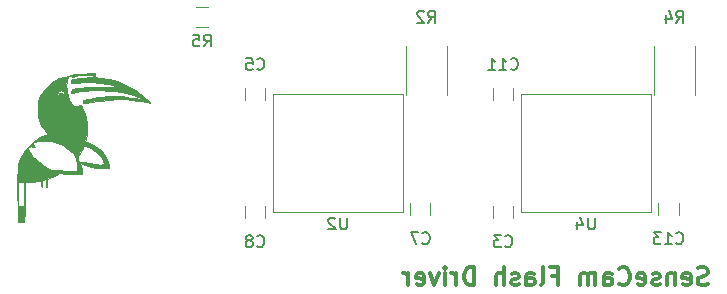
<source format=gbo>
G04 #@! TF.GenerationSoftware,KiCad,Pcbnew,5.1.4-e60b266~84~ubuntu18.04.1*
G04 #@! TF.CreationDate,2019-09-11T16:52:19+05:30*
G04 #@! TF.ProjectId,SenseCam_STCS2A_rev1,53656e73-6543-4616-9d5f-535443533241,rev?*
G04 #@! TF.SameCoordinates,Original*
G04 #@! TF.FileFunction,Legend,Bot*
G04 #@! TF.FilePolarity,Positive*
%FSLAX46Y46*%
G04 Gerber Fmt 4.6, Leading zero omitted, Abs format (unit mm)*
G04 Created by KiCad (PCBNEW 5.1.4-e60b266~84~ubuntu18.04.1) date 2019-09-11 16:52:19*
%MOMM*%
%LPD*%
G04 APERTURE LIST*
%ADD10C,0.300000*%
%ADD11C,0.010000*%
%ADD12C,0.120000*%
%ADD13C,0.150000*%
G04 APERTURE END LIST*
D10*
X160321428Y-124107142D02*
X160107142Y-124178571D01*
X159750000Y-124178571D01*
X159607142Y-124107142D01*
X159535714Y-124035714D01*
X159464285Y-123892857D01*
X159464285Y-123750000D01*
X159535714Y-123607142D01*
X159607142Y-123535714D01*
X159750000Y-123464285D01*
X160035714Y-123392857D01*
X160178571Y-123321428D01*
X160250000Y-123250000D01*
X160321428Y-123107142D01*
X160321428Y-122964285D01*
X160250000Y-122821428D01*
X160178571Y-122750000D01*
X160035714Y-122678571D01*
X159678571Y-122678571D01*
X159464285Y-122750000D01*
X158250000Y-124107142D02*
X158392857Y-124178571D01*
X158678571Y-124178571D01*
X158821428Y-124107142D01*
X158892857Y-123964285D01*
X158892857Y-123392857D01*
X158821428Y-123250000D01*
X158678571Y-123178571D01*
X158392857Y-123178571D01*
X158250000Y-123250000D01*
X158178571Y-123392857D01*
X158178571Y-123535714D01*
X158892857Y-123678571D01*
X157535714Y-123178571D02*
X157535714Y-124178571D01*
X157535714Y-123321428D02*
X157464285Y-123250000D01*
X157321428Y-123178571D01*
X157107142Y-123178571D01*
X156964285Y-123250000D01*
X156892857Y-123392857D01*
X156892857Y-124178571D01*
X156250000Y-124107142D02*
X156107142Y-124178571D01*
X155821428Y-124178571D01*
X155678571Y-124107142D01*
X155607142Y-123964285D01*
X155607142Y-123892857D01*
X155678571Y-123750000D01*
X155821428Y-123678571D01*
X156035714Y-123678571D01*
X156178571Y-123607142D01*
X156250000Y-123464285D01*
X156250000Y-123392857D01*
X156178571Y-123250000D01*
X156035714Y-123178571D01*
X155821428Y-123178571D01*
X155678571Y-123250000D01*
X154392857Y-124107142D02*
X154535714Y-124178571D01*
X154821428Y-124178571D01*
X154964285Y-124107142D01*
X155035714Y-123964285D01*
X155035714Y-123392857D01*
X154964285Y-123250000D01*
X154821428Y-123178571D01*
X154535714Y-123178571D01*
X154392857Y-123250000D01*
X154321428Y-123392857D01*
X154321428Y-123535714D01*
X155035714Y-123678571D01*
X152821428Y-124035714D02*
X152892857Y-124107142D01*
X153107142Y-124178571D01*
X153250000Y-124178571D01*
X153464285Y-124107142D01*
X153607142Y-123964285D01*
X153678571Y-123821428D01*
X153750000Y-123535714D01*
X153750000Y-123321428D01*
X153678571Y-123035714D01*
X153607142Y-122892857D01*
X153464285Y-122750000D01*
X153250000Y-122678571D01*
X153107142Y-122678571D01*
X152892857Y-122750000D01*
X152821428Y-122821428D01*
X151535714Y-124178571D02*
X151535714Y-123392857D01*
X151607142Y-123250000D01*
X151750000Y-123178571D01*
X152035714Y-123178571D01*
X152178571Y-123250000D01*
X151535714Y-124107142D02*
X151678571Y-124178571D01*
X152035714Y-124178571D01*
X152178571Y-124107142D01*
X152250000Y-123964285D01*
X152250000Y-123821428D01*
X152178571Y-123678571D01*
X152035714Y-123607142D01*
X151678571Y-123607142D01*
X151535714Y-123535714D01*
X150821428Y-124178571D02*
X150821428Y-123178571D01*
X150821428Y-123321428D02*
X150750000Y-123250000D01*
X150607142Y-123178571D01*
X150392857Y-123178571D01*
X150250000Y-123250000D01*
X150178571Y-123392857D01*
X150178571Y-124178571D01*
X150178571Y-123392857D02*
X150107142Y-123250000D01*
X149964285Y-123178571D01*
X149750000Y-123178571D01*
X149607142Y-123250000D01*
X149535714Y-123392857D01*
X149535714Y-124178571D01*
X147178571Y-123392857D02*
X147678571Y-123392857D01*
X147678571Y-124178571D02*
X147678571Y-122678571D01*
X146964285Y-122678571D01*
X146178571Y-124178571D02*
X146321428Y-124107142D01*
X146392857Y-123964285D01*
X146392857Y-122678571D01*
X144964285Y-124178571D02*
X144964285Y-123392857D01*
X145035714Y-123250000D01*
X145178571Y-123178571D01*
X145464285Y-123178571D01*
X145607142Y-123250000D01*
X144964285Y-124107142D02*
X145107142Y-124178571D01*
X145464285Y-124178571D01*
X145607142Y-124107142D01*
X145678571Y-123964285D01*
X145678571Y-123821428D01*
X145607142Y-123678571D01*
X145464285Y-123607142D01*
X145107142Y-123607142D01*
X144964285Y-123535714D01*
X144321428Y-124107142D02*
X144178571Y-124178571D01*
X143892857Y-124178571D01*
X143750000Y-124107142D01*
X143678571Y-123964285D01*
X143678571Y-123892857D01*
X143750000Y-123750000D01*
X143892857Y-123678571D01*
X144107142Y-123678571D01*
X144250000Y-123607142D01*
X144321428Y-123464285D01*
X144321428Y-123392857D01*
X144250000Y-123250000D01*
X144107142Y-123178571D01*
X143892857Y-123178571D01*
X143750000Y-123250000D01*
X143035714Y-124178571D02*
X143035714Y-122678571D01*
X142392857Y-124178571D02*
X142392857Y-123392857D01*
X142464285Y-123250000D01*
X142607142Y-123178571D01*
X142821428Y-123178571D01*
X142964285Y-123250000D01*
X143035714Y-123321428D01*
X140535714Y-124178571D02*
X140535714Y-122678571D01*
X140178571Y-122678571D01*
X139964285Y-122750000D01*
X139821428Y-122892857D01*
X139750000Y-123035714D01*
X139678571Y-123321428D01*
X139678571Y-123535714D01*
X139750000Y-123821428D01*
X139821428Y-123964285D01*
X139964285Y-124107142D01*
X140178571Y-124178571D01*
X140535714Y-124178571D01*
X139035714Y-124178571D02*
X139035714Y-123178571D01*
X139035714Y-123464285D02*
X138964285Y-123321428D01*
X138892857Y-123250000D01*
X138750000Y-123178571D01*
X138607142Y-123178571D01*
X138107142Y-124178571D02*
X138107142Y-123178571D01*
X138107142Y-122678571D02*
X138178571Y-122750000D01*
X138107142Y-122821428D01*
X138035714Y-122750000D01*
X138107142Y-122678571D01*
X138107142Y-122821428D01*
X137535714Y-123178571D02*
X137178571Y-124178571D01*
X136821428Y-123178571D01*
X135678571Y-124107142D02*
X135821428Y-124178571D01*
X136107142Y-124178571D01*
X136250000Y-124107142D01*
X136321428Y-123964285D01*
X136321428Y-123392857D01*
X136250000Y-123250000D01*
X136107142Y-123178571D01*
X135821428Y-123178571D01*
X135678571Y-123250000D01*
X135607142Y-123392857D01*
X135607142Y-123535714D01*
X136321428Y-123678571D01*
X134964285Y-124178571D02*
X134964285Y-123178571D01*
X134964285Y-123464285D02*
X134892857Y-123321428D01*
X134821428Y-123250000D01*
X134678571Y-123178571D01*
X134535714Y-123178571D01*
D11*
G36*
X108126652Y-106196466D02*
G01*
X108053638Y-106213616D01*
X108044285Y-106223806D01*
X108002021Y-106237710D01*
X107887571Y-106248991D01*
X107719453Y-106256331D01*
X107556696Y-106258484D01*
X107126270Y-106279364D01*
X106670004Y-106337289D01*
X106216711Y-106426592D01*
X105795204Y-106541601D01*
X105436556Y-106675641D01*
X105009210Y-106902828D01*
X104614659Y-107184719D01*
X104276065Y-107503689D01*
X104145394Y-107658125D01*
X104003573Y-107848131D01*
X103897047Y-108014901D01*
X103807950Y-108190244D01*
X103718417Y-108405973D01*
X103703142Y-108445619D01*
X103655972Y-108577158D01*
X103623470Y-108695599D01*
X103602980Y-108821019D01*
X103591848Y-108973497D01*
X103587420Y-109173112D01*
X103586876Y-109325000D01*
X103588549Y-109562942D01*
X103595332Y-109741593D01*
X103609870Y-109881010D01*
X103634808Y-110001248D01*
X103672791Y-110122362D01*
X103702694Y-110203145D01*
X103806847Y-110455429D01*
X103912950Y-110661142D01*
X104039825Y-110851702D01*
X104206297Y-111058529D01*
X104235576Y-111092585D01*
X104338566Y-111214388D01*
X104414258Y-111309204D01*
X104450751Y-111361904D01*
X104451954Y-111367686D01*
X104406809Y-111387527D01*
X104302210Y-111430233D01*
X104171834Y-111482188D01*
X103812904Y-111653850D01*
X103447195Y-111882572D01*
X103098374Y-112150645D01*
X102790105Y-112440357D01*
X102604421Y-112655147D01*
X102322815Y-113065429D01*
X102114282Y-113482756D01*
X101964741Y-113936197D01*
X101944498Y-114017599D01*
X101923649Y-114150805D01*
X101906324Y-114356211D01*
X101892596Y-114626701D01*
X101882535Y-114955159D01*
X101876216Y-115334467D01*
X101873711Y-115757508D01*
X101875091Y-116217167D01*
X101880429Y-116706326D01*
X101889798Y-117217868D01*
X101903269Y-117744678D01*
X101905754Y-117828046D01*
X101935597Y-118810312D01*
X102450831Y-118810312D01*
X102480674Y-117828046D01*
X102489554Y-117504944D01*
X102497391Y-117160789D01*
X102503767Y-116818838D01*
X102508265Y-116502343D01*
X102510465Y-116234560D01*
X102510616Y-116163603D01*
X102510714Y-115481426D01*
X102703482Y-115460940D01*
X102841601Y-115446303D01*
X102930791Y-115436875D01*
X102420000Y-115436875D01*
X102420000Y-117460937D01*
X101966428Y-117460937D01*
X101966428Y-115436875D01*
X102420000Y-115436875D01*
X102930791Y-115436875D01*
X103032904Y-115426081D01*
X103240512Y-115404171D01*
X103281785Y-115399820D01*
X103472041Y-115378101D01*
X103637778Y-115356202D01*
X103750406Y-115337990D01*
X103769375Y-115333870D01*
X103823789Y-115324814D01*
X103854341Y-115342346D01*
X103867902Y-115402443D01*
X103871342Y-115521080D01*
X103871428Y-115571152D01*
X103877735Y-115707776D01*
X103894490Y-115801522D01*
X103916785Y-115833750D01*
X103940136Y-115797090D01*
X103956242Y-115699044D01*
X103962142Y-115559819D01*
X103963843Y-115415402D01*
X103975021Y-115330102D01*
X104004790Y-115283661D01*
X104062263Y-115255822D01*
X104104982Y-115242319D01*
X104206433Y-115212678D01*
X104262094Y-115198877D01*
X104263732Y-115198750D01*
X104271121Y-115235304D01*
X104276685Y-115332446D01*
X104279483Y-115471390D01*
X104279642Y-115516250D01*
X104282847Y-115679156D01*
X104294474Y-115776922D01*
X104317543Y-115823642D01*
X104347678Y-115833750D01*
X104381775Y-115819297D01*
X104402606Y-115766705D01*
X104412982Y-115662118D01*
X104415714Y-115498315D01*
X104415714Y-115162880D01*
X104801851Y-115004549D01*
X104991088Y-114923693D01*
X105165218Y-114843587D01*
X105296028Y-114777412D01*
X105329909Y-114757793D01*
X105424789Y-114705537D01*
X105506345Y-114689354D01*
X105615441Y-114704857D01*
X105680825Y-114720132D01*
X105837154Y-114746478D01*
X106057703Y-114768691D01*
X106316046Y-114785629D01*
X106585754Y-114796149D01*
X106840398Y-114799109D01*
X107053550Y-114793367D01*
X107160080Y-114784071D01*
X107375705Y-114755778D01*
X107345477Y-114497614D01*
X107313962Y-114320725D01*
X107264913Y-114139298D01*
X107252727Y-114106133D01*
X106937910Y-114106133D01*
X106931499Y-114275749D01*
X106920950Y-114382574D01*
X106901046Y-114443183D01*
X106866571Y-114474154D01*
X106816840Y-114490894D01*
X106693584Y-114505736D01*
X106550160Y-114501503D01*
X106547500Y-114501199D01*
X106450888Y-114493945D01*
X106281852Y-114485338D01*
X106058648Y-114476141D01*
X105799534Y-114467119D01*
X105572321Y-114460368D01*
X105278622Y-114451741D01*
X105059912Y-114442997D01*
X104900490Y-114432211D01*
X104784652Y-114417461D01*
X104696699Y-114396821D01*
X104620927Y-114368367D01*
X104551785Y-114335301D01*
X104039868Y-114035917D01*
X103598505Y-113687553D01*
X103224114Y-113286964D01*
X102940601Y-112877665D01*
X102727556Y-112521112D01*
X102878577Y-112467192D01*
X103068547Y-112432312D01*
X103205297Y-112437855D01*
X103380996Y-112462439D01*
X103286033Y-112356804D01*
X103202146Y-112240660D01*
X103188550Y-112150352D01*
X103250050Y-112081188D01*
X103391453Y-112028474D01*
X103617565Y-111987517D01*
X103671282Y-111980580D01*
X104189117Y-111956367D01*
X104704452Y-112009811D01*
X105209881Y-112139310D01*
X105698004Y-112343263D01*
X105926336Y-112468533D01*
X106281064Y-112704703D01*
X106552061Y-112946529D01*
X106746108Y-113204989D01*
X106869985Y-113491058D01*
X106930471Y-113815713D01*
X106937910Y-114106133D01*
X107252727Y-114106133D01*
X107227272Y-114036856D01*
X107174111Y-113897442D01*
X107165762Y-113823371D01*
X107202982Y-113810603D01*
X107264050Y-113840547D01*
X107637238Y-114027488D01*
X108068243Y-114165449D01*
X108540148Y-114250438D01*
X109036034Y-114278466D01*
X109116143Y-114277406D01*
X109609107Y-114266093D01*
X109598600Y-114021481D01*
X109565689Y-113831209D01*
X109168411Y-113831209D01*
X109156023Y-113910777D01*
X109082548Y-113952101D01*
X108936096Y-113966397D01*
X108850798Y-113967043D01*
X108638157Y-113956759D01*
X108408841Y-113932025D01*
X108293750Y-113913414D01*
X108109479Y-113872339D01*
X107929921Y-113823233D01*
X107840178Y-113793488D01*
X107601778Y-113741746D01*
X107365117Y-113734993D01*
X107071485Y-113744190D01*
X107004775Y-113556232D01*
X106967512Y-113437620D01*
X106963226Y-113360899D01*
X106993065Y-113293630D01*
X107015205Y-113261559D01*
X107097725Y-113134900D01*
X107199087Y-112961389D01*
X107304450Y-112767872D01*
X107398973Y-112581199D01*
X107440490Y-112492227D01*
X107523862Y-112305861D01*
X107726119Y-112385096D01*
X107849062Y-112437258D01*
X107933463Y-112480488D01*
X107952313Y-112494706D01*
X108000678Y-112532426D01*
X108099704Y-112597218D01*
X108184434Y-112648982D01*
X108503584Y-112874740D01*
X108779800Y-113141067D01*
X108997072Y-113430158D01*
X109131598Y-113702183D01*
X109168411Y-113831209D01*
X109565689Y-113831209D01*
X109542539Y-113697373D01*
X109406354Y-113366046D01*
X109197338Y-113041486D01*
X108935366Y-112749673D01*
X108731147Y-112578291D01*
X108483866Y-112408065D01*
X108221030Y-112255448D01*
X107970150Y-112136898D01*
X107824917Y-112085436D01*
X107606508Y-112021961D01*
X107669248Y-111774808D01*
X107739240Y-111375045D01*
X107762053Y-110934236D01*
X107739711Y-110476186D01*
X107674238Y-110024699D01*
X107567657Y-109603579D01*
X107460445Y-109318570D01*
X107376681Y-109129077D01*
X107314356Y-109003500D01*
X107257815Y-108933321D01*
X107191400Y-108910021D01*
X107099457Y-108925082D01*
X106966329Y-108969985D01*
X106877789Y-109001541D01*
X106641114Y-109084716D01*
X106478254Y-108841573D01*
X106279757Y-108483254D01*
X106134922Y-108090441D01*
X106097863Y-107918274D01*
X105857144Y-107918274D01*
X105841580Y-108045952D01*
X105740206Y-108159292D01*
X105663035Y-108205502D01*
X105588029Y-108240263D01*
X105531897Y-108245108D01*
X105458580Y-108216092D01*
X105379553Y-108174497D01*
X105263811Y-108074735D01*
X105230145Y-107951253D01*
X105280801Y-107818027D01*
X105315428Y-107775359D01*
X105434324Y-107702964D01*
X105580162Y-107688577D01*
X105718802Y-107731519D01*
X105784470Y-107784680D01*
X105857144Y-107918274D01*
X106097863Y-107918274D01*
X106046999Y-107681979D01*
X106019232Y-107276711D01*
X106054868Y-106893481D01*
X106106808Y-106685781D01*
X106149529Y-106579092D01*
X106193838Y-106507708D01*
X106205113Y-106497873D01*
X106305142Y-106469052D01*
X106409313Y-106481371D01*
X106474219Y-106529465D01*
X106475034Y-106531240D01*
X106535499Y-106572551D01*
X106646974Y-106563300D01*
X106793488Y-106506461D01*
X106884912Y-106454939D01*
X106953487Y-106417630D01*
X107030015Y-106392815D01*
X107133979Y-106378035D01*
X107284864Y-106370830D01*
X107502155Y-106368742D01*
X107568035Y-106368730D01*
X107803787Y-106370209D01*
X107969725Y-106376092D01*
X108086732Y-106389233D01*
X108175690Y-106412488D01*
X108257484Y-106448711D01*
X108293750Y-106467949D01*
X108475178Y-106566718D01*
X108135000Y-106575498D01*
X107880234Y-106587426D01*
X107600104Y-106609441D01*
X107312651Y-106639164D01*
X107035917Y-106674217D01*
X106787944Y-106712221D01*
X106586771Y-106750799D01*
X106450441Y-106787572D01*
X106416659Y-106802014D01*
X106392745Y-106859545D01*
X106412039Y-106925311D01*
X106432611Y-106997342D01*
X106421645Y-107024331D01*
X106426608Y-107041143D01*
X106467578Y-107065723D01*
X106554772Y-107082501D01*
X106706551Y-107072665D01*
X106887867Y-107044194D01*
X107509714Y-106967534D01*
X108155724Y-106959012D01*
X108833332Y-107018857D01*
X109431828Y-107122012D01*
X109689575Y-107181157D01*
X109925293Y-107245710D01*
X110125495Y-107310875D01*
X110276693Y-107371854D01*
X110365400Y-107423847D01*
X110380358Y-107459433D01*
X110331424Y-107486257D01*
X110317661Y-107482515D01*
X110230819Y-107459202D01*
X110068701Y-107437359D01*
X109846743Y-107417651D01*
X109580378Y-107400742D01*
X109285041Y-107387295D01*
X108976167Y-107377975D01*
X108669189Y-107373446D01*
X108379542Y-107374372D01*
X108122660Y-107381418D01*
X108051314Y-107384992D01*
X107830687Y-107400744D01*
X107583045Y-107423624D01*
X107325301Y-107451455D01*
X107074366Y-107482058D01*
X106847150Y-107513257D01*
X106660566Y-107542875D01*
X106531525Y-107568733D01*
X106477904Y-107587573D01*
X106459726Y-107629163D01*
X106428835Y-107719084D01*
X106419005Y-107750030D01*
X106391773Y-107846724D01*
X106399632Y-107885884D01*
X106453512Y-107886483D01*
X106493636Y-107879595D01*
X106868184Y-107814289D01*
X107182470Y-107765146D01*
X107461731Y-107729962D01*
X107731201Y-107706532D01*
X108016117Y-107692653D01*
X108341713Y-107686119D01*
X108724642Y-107684719D01*
X109111546Y-107686718D01*
X109429559Y-107693180D01*
X109700457Y-107705956D01*
X109946013Y-107726893D01*
X110188004Y-107757842D01*
X110448204Y-107800651D01*
X110743035Y-107856124D01*
X111054280Y-107925193D01*
X111393847Y-108014229D01*
X111724910Y-108112798D01*
X112010639Y-108210470D01*
X112058392Y-108228701D01*
X112375892Y-108352656D01*
X112217142Y-108374574D01*
X112097098Y-108381067D01*
X112014241Y-108367871D01*
X112008862Y-108364997D01*
X111950278Y-108347559D01*
X111937637Y-108352483D01*
X111886925Y-108353276D01*
X111766690Y-108340613D01*
X111596302Y-108316844D01*
X111442882Y-108292415D01*
X110753408Y-108197685D01*
X110128647Y-108154608D01*
X109570365Y-108163292D01*
X109454417Y-108172361D01*
X109058198Y-108213789D01*
X108675224Y-108263979D01*
X108329062Y-108319418D01*
X108043280Y-108376593D01*
X107976250Y-108392697D01*
X107796594Y-108436660D01*
X107614020Y-108479306D01*
X107556119Y-108492243D01*
X107438246Y-108522954D01*
X107392650Y-108553970D01*
X107402111Y-108598560D01*
X107407112Y-108607072D01*
X107433812Y-108673826D01*
X107429272Y-108698970D01*
X107438759Y-108736281D01*
X107464886Y-108759944D01*
X107528617Y-108774283D01*
X107653589Y-108764111D01*
X107849877Y-108728330D01*
X107946219Y-108707578D01*
X108772372Y-108554148D01*
X109595087Y-108459425D01*
X110396681Y-108424860D01*
X111107239Y-108447943D01*
X111613173Y-108490870D01*
X112050572Y-108542030D01*
X112441410Y-108604368D01*
X112755176Y-108668738D01*
X112910657Y-108700135D01*
X113033701Y-108717967D01*
X113093686Y-108718768D01*
X113088569Y-108686506D01*
X113024993Y-108611816D01*
X112913679Y-108503616D01*
X112765344Y-108370824D01*
X112590709Y-108222359D01*
X112400493Y-108067138D01*
X112205415Y-107914081D01*
X112016194Y-107772106D01*
X111843549Y-107650131D01*
X111698199Y-107557074D01*
X111695535Y-107555506D01*
X111367568Y-107376151D01*
X111010036Y-107203563D01*
X110647324Y-107048115D01*
X110303819Y-106920179D01*
X110003907Y-106830129D01*
X109971964Y-106822352D01*
X109622705Y-106743897D01*
X109335420Y-106688931D01*
X109087060Y-106653274D01*
X108977615Y-106642032D01*
X108734766Y-106605154D01*
X108571536Y-106542512D01*
X108480074Y-106449377D01*
X108452500Y-106325713D01*
X108447955Y-106242130D01*
X108417862Y-106202550D01*
X108337538Y-106190523D01*
X108248392Y-106189687D01*
X108126652Y-106196466D01*
X108126652Y-106196466D01*
G37*
X108126652Y-106196466D02*
X108053638Y-106213616D01*
X108044285Y-106223806D01*
X108002021Y-106237710D01*
X107887571Y-106248991D01*
X107719453Y-106256331D01*
X107556696Y-106258484D01*
X107126270Y-106279364D01*
X106670004Y-106337289D01*
X106216711Y-106426592D01*
X105795204Y-106541601D01*
X105436556Y-106675641D01*
X105009210Y-106902828D01*
X104614659Y-107184719D01*
X104276065Y-107503689D01*
X104145394Y-107658125D01*
X104003573Y-107848131D01*
X103897047Y-108014901D01*
X103807950Y-108190244D01*
X103718417Y-108405973D01*
X103703142Y-108445619D01*
X103655972Y-108577158D01*
X103623470Y-108695599D01*
X103602980Y-108821019D01*
X103591848Y-108973497D01*
X103587420Y-109173112D01*
X103586876Y-109325000D01*
X103588549Y-109562942D01*
X103595332Y-109741593D01*
X103609870Y-109881010D01*
X103634808Y-110001248D01*
X103672791Y-110122362D01*
X103702694Y-110203145D01*
X103806847Y-110455429D01*
X103912950Y-110661142D01*
X104039825Y-110851702D01*
X104206297Y-111058529D01*
X104235576Y-111092585D01*
X104338566Y-111214388D01*
X104414258Y-111309204D01*
X104450751Y-111361904D01*
X104451954Y-111367686D01*
X104406809Y-111387527D01*
X104302210Y-111430233D01*
X104171834Y-111482188D01*
X103812904Y-111653850D01*
X103447195Y-111882572D01*
X103098374Y-112150645D01*
X102790105Y-112440357D01*
X102604421Y-112655147D01*
X102322815Y-113065429D01*
X102114282Y-113482756D01*
X101964741Y-113936197D01*
X101944498Y-114017599D01*
X101923649Y-114150805D01*
X101906324Y-114356211D01*
X101892596Y-114626701D01*
X101882535Y-114955159D01*
X101876216Y-115334467D01*
X101873711Y-115757508D01*
X101875091Y-116217167D01*
X101880429Y-116706326D01*
X101889798Y-117217868D01*
X101903269Y-117744678D01*
X101905754Y-117828046D01*
X101935597Y-118810312D01*
X102450831Y-118810312D01*
X102480674Y-117828046D01*
X102489554Y-117504944D01*
X102497391Y-117160789D01*
X102503767Y-116818838D01*
X102508265Y-116502343D01*
X102510465Y-116234560D01*
X102510616Y-116163603D01*
X102510714Y-115481426D01*
X102703482Y-115460940D01*
X102841601Y-115446303D01*
X102930791Y-115436875D01*
X102420000Y-115436875D01*
X102420000Y-117460937D01*
X101966428Y-117460937D01*
X101966428Y-115436875D01*
X102420000Y-115436875D01*
X102930791Y-115436875D01*
X103032904Y-115426081D01*
X103240512Y-115404171D01*
X103281785Y-115399820D01*
X103472041Y-115378101D01*
X103637778Y-115356202D01*
X103750406Y-115337990D01*
X103769375Y-115333870D01*
X103823789Y-115324814D01*
X103854341Y-115342346D01*
X103867902Y-115402443D01*
X103871342Y-115521080D01*
X103871428Y-115571152D01*
X103877735Y-115707776D01*
X103894490Y-115801522D01*
X103916785Y-115833750D01*
X103940136Y-115797090D01*
X103956242Y-115699044D01*
X103962142Y-115559819D01*
X103963843Y-115415402D01*
X103975021Y-115330102D01*
X104004790Y-115283661D01*
X104062263Y-115255822D01*
X104104982Y-115242319D01*
X104206433Y-115212678D01*
X104262094Y-115198877D01*
X104263732Y-115198750D01*
X104271121Y-115235304D01*
X104276685Y-115332446D01*
X104279483Y-115471390D01*
X104279642Y-115516250D01*
X104282847Y-115679156D01*
X104294474Y-115776922D01*
X104317543Y-115823642D01*
X104347678Y-115833750D01*
X104381775Y-115819297D01*
X104402606Y-115766705D01*
X104412982Y-115662118D01*
X104415714Y-115498315D01*
X104415714Y-115162880D01*
X104801851Y-115004549D01*
X104991088Y-114923693D01*
X105165218Y-114843587D01*
X105296028Y-114777412D01*
X105329909Y-114757793D01*
X105424789Y-114705537D01*
X105506345Y-114689354D01*
X105615441Y-114704857D01*
X105680825Y-114720132D01*
X105837154Y-114746478D01*
X106057703Y-114768691D01*
X106316046Y-114785629D01*
X106585754Y-114796149D01*
X106840398Y-114799109D01*
X107053550Y-114793367D01*
X107160080Y-114784071D01*
X107375705Y-114755778D01*
X107345477Y-114497614D01*
X107313962Y-114320725D01*
X107264913Y-114139298D01*
X107252727Y-114106133D01*
X106937910Y-114106133D01*
X106931499Y-114275749D01*
X106920950Y-114382574D01*
X106901046Y-114443183D01*
X106866571Y-114474154D01*
X106816840Y-114490894D01*
X106693584Y-114505736D01*
X106550160Y-114501503D01*
X106547500Y-114501199D01*
X106450888Y-114493945D01*
X106281852Y-114485338D01*
X106058648Y-114476141D01*
X105799534Y-114467119D01*
X105572321Y-114460368D01*
X105278622Y-114451741D01*
X105059912Y-114442997D01*
X104900490Y-114432211D01*
X104784652Y-114417461D01*
X104696699Y-114396821D01*
X104620927Y-114368367D01*
X104551785Y-114335301D01*
X104039868Y-114035917D01*
X103598505Y-113687553D01*
X103224114Y-113286964D01*
X102940601Y-112877665D01*
X102727556Y-112521112D01*
X102878577Y-112467192D01*
X103068547Y-112432312D01*
X103205297Y-112437855D01*
X103380996Y-112462439D01*
X103286033Y-112356804D01*
X103202146Y-112240660D01*
X103188550Y-112150352D01*
X103250050Y-112081188D01*
X103391453Y-112028474D01*
X103617565Y-111987517D01*
X103671282Y-111980580D01*
X104189117Y-111956367D01*
X104704452Y-112009811D01*
X105209881Y-112139310D01*
X105698004Y-112343263D01*
X105926336Y-112468533D01*
X106281064Y-112704703D01*
X106552061Y-112946529D01*
X106746108Y-113204989D01*
X106869985Y-113491058D01*
X106930471Y-113815713D01*
X106937910Y-114106133D01*
X107252727Y-114106133D01*
X107227272Y-114036856D01*
X107174111Y-113897442D01*
X107165762Y-113823371D01*
X107202982Y-113810603D01*
X107264050Y-113840547D01*
X107637238Y-114027488D01*
X108068243Y-114165449D01*
X108540148Y-114250438D01*
X109036034Y-114278466D01*
X109116143Y-114277406D01*
X109609107Y-114266093D01*
X109598600Y-114021481D01*
X109565689Y-113831209D01*
X109168411Y-113831209D01*
X109156023Y-113910777D01*
X109082548Y-113952101D01*
X108936096Y-113966397D01*
X108850798Y-113967043D01*
X108638157Y-113956759D01*
X108408841Y-113932025D01*
X108293750Y-113913414D01*
X108109479Y-113872339D01*
X107929921Y-113823233D01*
X107840178Y-113793488D01*
X107601778Y-113741746D01*
X107365117Y-113734993D01*
X107071485Y-113744190D01*
X107004775Y-113556232D01*
X106967512Y-113437620D01*
X106963226Y-113360899D01*
X106993065Y-113293630D01*
X107015205Y-113261559D01*
X107097725Y-113134900D01*
X107199087Y-112961389D01*
X107304450Y-112767872D01*
X107398973Y-112581199D01*
X107440490Y-112492227D01*
X107523862Y-112305861D01*
X107726119Y-112385096D01*
X107849062Y-112437258D01*
X107933463Y-112480488D01*
X107952313Y-112494706D01*
X108000678Y-112532426D01*
X108099704Y-112597218D01*
X108184434Y-112648982D01*
X108503584Y-112874740D01*
X108779800Y-113141067D01*
X108997072Y-113430158D01*
X109131598Y-113702183D01*
X109168411Y-113831209D01*
X109565689Y-113831209D01*
X109542539Y-113697373D01*
X109406354Y-113366046D01*
X109197338Y-113041486D01*
X108935366Y-112749673D01*
X108731147Y-112578291D01*
X108483866Y-112408065D01*
X108221030Y-112255448D01*
X107970150Y-112136898D01*
X107824917Y-112085436D01*
X107606508Y-112021961D01*
X107669248Y-111774808D01*
X107739240Y-111375045D01*
X107762053Y-110934236D01*
X107739711Y-110476186D01*
X107674238Y-110024699D01*
X107567657Y-109603579D01*
X107460445Y-109318570D01*
X107376681Y-109129077D01*
X107314356Y-109003500D01*
X107257815Y-108933321D01*
X107191400Y-108910021D01*
X107099457Y-108925082D01*
X106966329Y-108969985D01*
X106877789Y-109001541D01*
X106641114Y-109084716D01*
X106478254Y-108841573D01*
X106279757Y-108483254D01*
X106134922Y-108090441D01*
X106097863Y-107918274D01*
X105857144Y-107918274D01*
X105841580Y-108045952D01*
X105740206Y-108159292D01*
X105663035Y-108205502D01*
X105588029Y-108240263D01*
X105531897Y-108245108D01*
X105458580Y-108216092D01*
X105379553Y-108174497D01*
X105263811Y-108074735D01*
X105230145Y-107951253D01*
X105280801Y-107818027D01*
X105315428Y-107775359D01*
X105434324Y-107702964D01*
X105580162Y-107688577D01*
X105718802Y-107731519D01*
X105784470Y-107784680D01*
X105857144Y-107918274D01*
X106097863Y-107918274D01*
X106046999Y-107681979D01*
X106019232Y-107276711D01*
X106054868Y-106893481D01*
X106106808Y-106685781D01*
X106149529Y-106579092D01*
X106193838Y-106507708D01*
X106205113Y-106497873D01*
X106305142Y-106469052D01*
X106409313Y-106481371D01*
X106474219Y-106529465D01*
X106475034Y-106531240D01*
X106535499Y-106572551D01*
X106646974Y-106563300D01*
X106793488Y-106506461D01*
X106884912Y-106454939D01*
X106953487Y-106417630D01*
X107030015Y-106392815D01*
X107133979Y-106378035D01*
X107284864Y-106370830D01*
X107502155Y-106368742D01*
X107568035Y-106368730D01*
X107803787Y-106370209D01*
X107969725Y-106376092D01*
X108086732Y-106389233D01*
X108175690Y-106412488D01*
X108257484Y-106448711D01*
X108293750Y-106467949D01*
X108475178Y-106566718D01*
X108135000Y-106575498D01*
X107880234Y-106587426D01*
X107600104Y-106609441D01*
X107312651Y-106639164D01*
X107035917Y-106674217D01*
X106787944Y-106712221D01*
X106586771Y-106750799D01*
X106450441Y-106787572D01*
X106416659Y-106802014D01*
X106392745Y-106859545D01*
X106412039Y-106925311D01*
X106432611Y-106997342D01*
X106421645Y-107024331D01*
X106426608Y-107041143D01*
X106467578Y-107065723D01*
X106554772Y-107082501D01*
X106706551Y-107072665D01*
X106887867Y-107044194D01*
X107509714Y-106967534D01*
X108155724Y-106959012D01*
X108833332Y-107018857D01*
X109431828Y-107122012D01*
X109689575Y-107181157D01*
X109925293Y-107245710D01*
X110125495Y-107310875D01*
X110276693Y-107371854D01*
X110365400Y-107423847D01*
X110380358Y-107459433D01*
X110331424Y-107486257D01*
X110317661Y-107482515D01*
X110230819Y-107459202D01*
X110068701Y-107437359D01*
X109846743Y-107417651D01*
X109580378Y-107400742D01*
X109285041Y-107387295D01*
X108976167Y-107377975D01*
X108669189Y-107373446D01*
X108379542Y-107374372D01*
X108122660Y-107381418D01*
X108051314Y-107384992D01*
X107830687Y-107400744D01*
X107583045Y-107423624D01*
X107325301Y-107451455D01*
X107074366Y-107482058D01*
X106847150Y-107513257D01*
X106660566Y-107542875D01*
X106531525Y-107568733D01*
X106477904Y-107587573D01*
X106459726Y-107629163D01*
X106428835Y-107719084D01*
X106419005Y-107750030D01*
X106391773Y-107846724D01*
X106399632Y-107885884D01*
X106453512Y-107886483D01*
X106493636Y-107879595D01*
X106868184Y-107814289D01*
X107182470Y-107765146D01*
X107461731Y-107729962D01*
X107731201Y-107706532D01*
X108016117Y-107692653D01*
X108341713Y-107686119D01*
X108724642Y-107684719D01*
X109111546Y-107686718D01*
X109429559Y-107693180D01*
X109700457Y-107705956D01*
X109946013Y-107726893D01*
X110188004Y-107757842D01*
X110448204Y-107800651D01*
X110743035Y-107856124D01*
X111054280Y-107925193D01*
X111393847Y-108014229D01*
X111724910Y-108112798D01*
X112010639Y-108210470D01*
X112058392Y-108228701D01*
X112375892Y-108352656D01*
X112217142Y-108374574D01*
X112097098Y-108381067D01*
X112014241Y-108367871D01*
X112008862Y-108364997D01*
X111950278Y-108347559D01*
X111937637Y-108352483D01*
X111886925Y-108353276D01*
X111766690Y-108340613D01*
X111596302Y-108316844D01*
X111442882Y-108292415D01*
X110753408Y-108197685D01*
X110128647Y-108154608D01*
X109570365Y-108163292D01*
X109454417Y-108172361D01*
X109058198Y-108213789D01*
X108675224Y-108263979D01*
X108329062Y-108319418D01*
X108043280Y-108376593D01*
X107976250Y-108392697D01*
X107796594Y-108436660D01*
X107614020Y-108479306D01*
X107556119Y-108492243D01*
X107438246Y-108522954D01*
X107392650Y-108553970D01*
X107402111Y-108598560D01*
X107407112Y-108607072D01*
X107433812Y-108673826D01*
X107429272Y-108698970D01*
X107438759Y-108736281D01*
X107464886Y-108759944D01*
X107528617Y-108774283D01*
X107653589Y-108764111D01*
X107849877Y-108728330D01*
X107946219Y-108707578D01*
X108772372Y-108554148D01*
X109595087Y-108459425D01*
X110396681Y-108424860D01*
X111107239Y-108447943D01*
X111613173Y-108490870D01*
X112050572Y-108542030D01*
X112441410Y-108604368D01*
X112755176Y-108668738D01*
X112910657Y-108700135D01*
X113033701Y-108717967D01*
X113093686Y-108718768D01*
X113088569Y-108686506D01*
X113024993Y-108611816D01*
X112913679Y-108503616D01*
X112765344Y-108370824D01*
X112590709Y-108222359D01*
X112400493Y-108067138D01*
X112205415Y-107914081D01*
X112016194Y-107772106D01*
X111843549Y-107650131D01*
X111698199Y-107557074D01*
X111695535Y-107555506D01*
X111367568Y-107376151D01*
X111010036Y-107203563D01*
X110647324Y-107048115D01*
X110303819Y-106920179D01*
X110003907Y-106830129D01*
X109971964Y-106822352D01*
X109622705Y-106743897D01*
X109335420Y-106688931D01*
X109087060Y-106653274D01*
X108977615Y-106642032D01*
X108734766Y-106605154D01*
X108571536Y-106542512D01*
X108480074Y-106449377D01*
X108452500Y-106325713D01*
X108447955Y-106242130D01*
X108417862Y-106202550D01*
X108337538Y-106190523D01*
X108248392Y-106189687D01*
X108126652Y-106196466D01*
G36*
X105422215Y-107918336D02*
G01*
X105370041Y-107980013D01*
X105368214Y-107993619D01*
X105400543Y-108102889D01*
X105480629Y-108166575D01*
X105583118Y-108174813D01*
X105682660Y-108117740D01*
X105683908Y-108116435D01*
X105716119Y-108029300D01*
X105686018Y-107936551D01*
X105612666Y-107880214D01*
X105516537Y-107878832D01*
X105422215Y-107918336D01*
X105422215Y-107918336D01*
G37*
X105422215Y-107918336D02*
X105370041Y-107980013D01*
X105368214Y-107993619D01*
X105400543Y-108102889D01*
X105480629Y-108166575D01*
X105583118Y-108174813D01*
X105682660Y-108117740D01*
X105683908Y-108116435D01*
X105716119Y-108029300D01*
X105686018Y-107936551D01*
X105612666Y-107880214D01*
X105516537Y-107878832D01*
X105422215Y-107918336D01*
D12*
X155500000Y-108000000D02*
X144500000Y-108000000D01*
X155500000Y-118000000D02*
X155500000Y-108000000D01*
X144500000Y-118000000D02*
X155500000Y-118000000D01*
X144500000Y-108000000D02*
X144500000Y-118000000D01*
X134500000Y-108000000D02*
X123500000Y-108000000D01*
X134500000Y-118000000D02*
X134500000Y-108000000D01*
X123500000Y-118000000D02*
X134500000Y-118000000D01*
X123500000Y-108000000D02*
X123500000Y-118000000D01*
X155790000Y-108052064D02*
X155790000Y-103947936D01*
X159210000Y-108052064D02*
X159210000Y-103947936D01*
X134790000Y-108052064D02*
X134790000Y-103947936D01*
X138210000Y-108052064D02*
X138210000Y-103947936D01*
X156150000Y-118250000D02*
X156150000Y-117250000D01*
X157850000Y-117250000D02*
X157850000Y-118250000D01*
X143850000Y-107500000D02*
X143850000Y-108500000D01*
X142150000Y-108500000D02*
X142150000Y-107500000D01*
X122850000Y-117500000D02*
X122850000Y-118500000D01*
X121150000Y-118500000D02*
X121150000Y-117500000D01*
X135150000Y-118250000D02*
X135150000Y-117250000D01*
X136850000Y-117250000D02*
X136850000Y-118250000D01*
X122850000Y-107500000D02*
X122850000Y-108500000D01*
X121150000Y-108500000D02*
X121150000Y-107500000D01*
X143850000Y-117500000D02*
X143850000Y-118500000D01*
X142150000Y-118500000D02*
X142150000Y-117500000D01*
X118000000Y-102350000D02*
X117000000Y-102350000D01*
X117000000Y-100650000D02*
X118000000Y-100650000D01*
D13*
X150761904Y-118452380D02*
X150761904Y-119261904D01*
X150714285Y-119357142D01*
X150666666Y-119404761D01*
X150571428Y-119452380D01*
X150380952Y-119452380D01*
X150285714Y-119404761D01*
X150238095Y-119357142D01*
X150190476Y-119261904D01*
X150190476Y-118452380D01*
X149285714Y-118785714D02*
X149285714Y-119452380D01*
X149523809Y-118404761D02*
X149761904Y-119119047D01*
X149142857Y-119119047D01*
X129761904Y-118452380D02*
X129761904Y-119261904D01*
X129714285Y-119357142D01*
X129666666Y-119404761D01*
X129571428Y-119452380D01*
X129380952Y-119452380D01*
X129285714Y-119404761D01*
X129238095Y-119357142D01*
X129190476Y-119261904D01*
X129190476Y-118452380D01*
X128761904Y-118547619D02*
X128714285Y-118500000D01*
X128619047Y-118452380D01*
X128380952Y-118452380D01*
X128285714Y-118500000D01*
X128238095Y-118547619D01*
X128190476Y-118642857D01*
X128190476Y-118738095D01*
X128238095Y-118880952D01*
X128809523Y-119452380D01*
X128190476Y-119452380D01*
X157666666Y-101952380D02*
X158000000Y-101476190D01*
X158238095Y-101952380D02*
X158238095Y-100952380D01*
X157857142Y-100952380D01*
X157761904Y-101000000D01*
X157714285Y-101047619D01*
X157666666Y-101142857D01*
X157666666Y-101285714D01*
X157714285Y-101380952D01*
X157761904Y-101428571D01*
X157857142Y-101476190D01*
X158238095Y-101476190D01*
X156809523Y-101285714D02*
X156809523Y-101952380D01*
X157047619Y-100904761D02*
X157285714Y-101619047D01*
X156666666Y-101619047D01*
X136666666Y-101952380D02*
X137000000Y-101476190D01*
X137238095Y-101952380D02*
X137238095Y-100952380D01*
X136857142Y-100952380D01*
X136761904Y-101000000D01*
X136714285Y-101047619D01*
X136666666Y-101142857D01*
X136666666Y-101285714D01*
X136714285Y-101380952D01*
X136761904Y-101428571D01*
X136857142Y-101476190D01*
X137238095Y-101476190D01*
X136285714Y-101047619D02*
X136238095Y-101000000D01*
X136142857Y-100952380D01*
X135904761Y-100952380D01*
X135809523Y-101000000D01*
X135761904Y-101047619D01*
X135714285Y-101142857D01*
X135714285Y-101238095D01*
X135761904Y-101380952D01*
X136333333Y-101952380D01*
X135714285Y-101952380D01*
X157642857Y-120607142D02*
X157690476Y-120654761D01*
X157833333Y-120702380D01*
X157928571Y-120702380D01*
X158071428Y-120654761D01*
X158166666Y-120559523D01*
X158214285Y-120464285D01*
X158261904Y-120273809D01*
X158261904Y-120130952D01*
X158214285Y-119940476D01*
X158166666Y-119845238D01*
X158071428Y-119750000D01*
X157928571Y-119702380D01*
X157833333Y-119702380D01*
X157690476Y-119750000D01*
X157642857Y-119797619D01*
X156690476Y-120702380D02*
X157261904Y-120702380D01*
X156976190Y-120702380D02*
X156976190Y-119702380D01*
X157071428Y-119845238D01*
X157166666Y-119940476D01*
X157261904Y-119988095D01*
X156357142Y-119702380D02*
X155738095Y-119702380D01*
X156071428Y-120083333D01*
X155928571Y-120083333D01*
X155833333Y-120130952D01*
X155785714Y-120178571D01*
X155738095Y-120273809D01*
X155738095Y-120511904D01*
X155785714Y-120607142D01*
X155833333Y-120654761D01*
X155928571Y-120702380D01*
X156214285Y-120702380D01*
X156309523Y-120654761D01*
X156357142Y-120607142D01*
X143642857Y-105857142D02*
X143690476Y-105904761D01*
X143833333Y-105952380D01*
X143928571Y-105952380D01*
X144071428Y-105904761D01*
X144166666Y-105809523D01*
X144214285Y-105714285D01*
X144261904Y-105523809D01*
X144261904Y-105380952D01*
X144214285Y-105190476D01*
X144166666Y-105095238D01*
X144071428Y-105000000D01*
X143928571Y-104952380D01*
X143833333Y-104952380D01*
X143690476Y-105000000D01*
X143642857Y-105047619D01*
X142690476Y-105952380D02*
X143261904Y-105952380D01*
X142976190Y-105952380D02*
X142976190Y-104952380D01*
X143071428Y-105095238D01*
X143166666Y-105190476D01*
X143261904Y-105238095D01*
X141738095Y-105952380D02*
X142309523Y-105952380D01*
X142023809Y-105952380D02*
X142023809Y-104952380D01*
X142119047Y-105095238D01*
X142214285Y-105190476D01*
X142309523Y-105238095D01*
X122166666Y-120857142D02*
X122214285Y-120904761D01*
X122357142Y-120952380D01*
X122452380Y-120952380D01*
X122595238Y-120904761D01*
X122690476Y-120809523D01*
X122738095Y-120714285D01*
X122785714Y-120523809D01*
X122785714Y-120380952D01*
X122738095Y-120190476D01*
X122690476Y-120095238D01*
X122595238Y-120000000D01*
X122452380Y-119952380D01*
X122357142Y-119952380D01*
X122214285Y-120000000D01*
X122166666Y-120047619D01*
X121595238Y-120380952D02*
X121690476Y-120333333D01*
X121738095Y-120285714D01*
X121785714Y-120190476D01*
X121785714Y-120142857D01*
X121738095Y-120047619D01*
X121690476Y-120000000D01*
X121595238Y-119952380D01*
X121404761Y-119952380D01*
X121309523Y-120000000D01*
X121261904Y-120047619D01*
X121214285Y-120142857D01*
X121214285Y-120190476D01*
X121261904Y-120285714D01*
X121309523Y-120333333D01*
X121404761Y-120380952D01*
X121595238Y-120380952D01*
X121690476Y-120428571D01*
X121738095Y-120476190D01*
X121785714Y-120571428D01*
X121785714Y-120761904D01*
X121738095Y-120857142D01*
X121690476Y-120904761D01*
X121595238Y-120952380D01*
X121404761Y-120952380D01*
X121309523Y-120904761D01*
X121261904Y-120857142D01*
X121214285Y-120761904D01*
X121214285Y-120571428D01*
X121261904Y-120476190D01*
X121309523Y-120428571D01*
X121404761Y-120380952D01*
X136166666Y-120607142D02*
X136214285Y-120654761D01*
X136357142Y-120702380D01*
X136452380Y-120702380D01*
X136595238Y-120654761D01*
X136690476Y-120559523D01*
X136738095Y-120464285D01*
X136785714Y-120273809D01*
X136785714Y-120130952D01*
X136738095Y-119940476D01*
X136690476Y-119845238D01*
X136595238Y-119750000D01*
X136452380Y-119702380D01*
X136357142Y-119702380D01*
X136214285Y-119750000D01*
X136166666Y-119797619D01*
X135833333Y-119702380D02*
X135166666Y-119702380D01*
X135595238Y-120702380D01*
X122166666Y-105857142D02*
X122214285Y-105904761D01*
X122357142Y-105952380D01*
X122452380Y-105952380D01*
X122595238Y-105904761D01*
X122690476Y-105809523D01*
X122738095Y-105714285D01*
X122785714Y-105523809D01*
X122785714Y-105380952D01*
X122738095Y-105190476D01*
X122690476Y-105095238D01*
X122595238Y-105000000D01*
X122452380Y-104952380D01*
X122357142Y-104952380D01*
X122214285Y-105000000D01*
X122166666Y-105047619D01*
X121261904Y-104952380D02*
X121738095Y-104952380D01*
X121785714Y-105428571D01*
X121738095Y-105380952D01*
X121642857Y-105333333D01*
X121404761Y-105333333D01*
X121309523Y-105380952D01*
X121261904Y-105428571D01*
X121214285Y-105523809D01*
X121214285Y-105761904D01*
X121261904Y-105857142D01*
X121309523Y-105904761D01*
X121404761Y-105952380D01*
X121642857Y-105952380D01*
X121738095Y-105904761D01*
X121785714Y-105857142D01*
X143166666Y-120857142D02*
X143214285Y-120904761D01*
X143357142Y-120952380D01*
X143452380Y-120952380D01*
X143595238Y-120904761D01*
X143690476Y-120809523D01*
X143738095Y-120714285D01*
X143785714Y-120523809D01*
X143785714Y-120380952D01*
X143738095Y-120190476D01*
X143690476Y-120095238D01*
X143595238Y-120000000D01*
X143452380Y-119952380D01*
X143357142Y-119952380D01*
X143214285Y-120000000D01*
X143166666Y-120047619D01*
X142833333Y-119952380D02*
X142214285Y-119952380D01*
X142547619Y-120333333D01*
X142404761Y-120333333D01*
X142309523Y-120380952D01*
X142261904Y-120428571D01*
X142214285Y-120523809D01*
X142214285Y-120761904D01*
X142261904Y-120857142D01*
X142309523Y-120904761D01*
X142404761Y-120952380D01*
X142690476Y-120952380D01*
X142785714Y-120904761D01*
X142833333Y-120857142D01*
X117666666Y-103952380D02*
X118000000Y-103476190D01*
X118238095Y-103952380D02*
X118238095Y-102952380D01*
X117857142Y-102952380D01*
X117761904Y-103000000D01*
X117714285Y-103047619D01*
X117666666Y-103142857D01*
X117666666Y-103285714D01*
X117714285Y-103380952D01*
X117761904Y-103428571D01*
X117857142Y-103476190D01*
X118238095Y-103476190D01*
X116761904Y-102952380D02*
X117238095Y-102952380D01*
X117285714Y-103428571D01*
X117238095Y-103380952D01*
X117142857Y-103333333D01*
X116904761Y-103333333D01*
X116809523Y-103380952D01*
X116761904Y-103428571D01*
X116714285Y-103523809D01*
X116714285Y-103761904D01*
X116761904Y-103857142D01*
X116809523Y-103904761D01*
X116904761Y-103952380D01*
X117142857Y-103952380D01*
X117238095Y-103904761D01*
X117285714Y-103857142D01*
M02*

</source>
